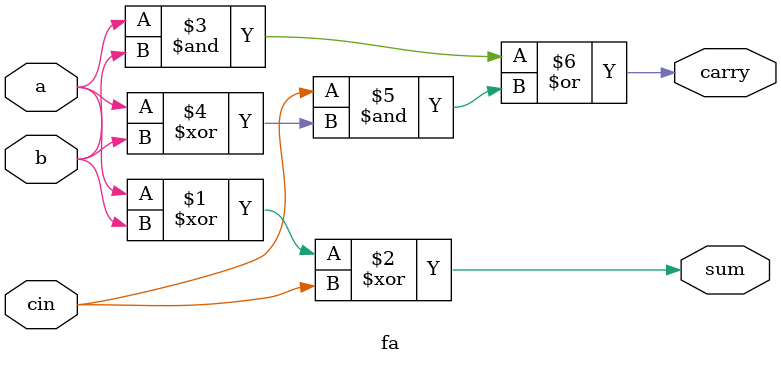
<source format=v>
module fa(a,b,cin,sum,carry);
input a,b,cin;
output sum,carry;
assign sum=( (a ^ b)^cin);
assign carry= ( (a & b)| ( cin &(a ^ b )));
endmodule
</source>
